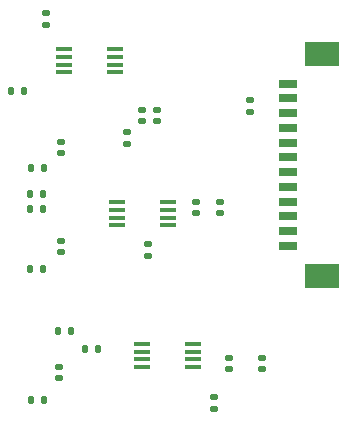
<source format=gtp>
G04 #@! TF.GenerationSoftware,KiCad,Pcbnew,7.0.10*
G04 #@! TF.CreationDate,2024-11-08T18:26:31-05:00*
G04 #@! TF.ProjectId,Novel Mechanism 1 Board,4e6f7665-6c20-44d6-9563-68616e69736d,rev?*
G04 #@! TF.SameCoordinates,Original*
G04 #@! TF.FileFunction,Paste,Top*
G04 #@! TF.FilePolarity,Positive*
%FSLAX46Y46*%
G04 Gerber Fmt 4.6, Leading zero omitted, Abs format (unit mm)*
G04 Created by KiCad (PCBNEW 7.0.10) date 2024-11-08 18:26:31*
%MOMM*%
%LPD*%
G01*
G04 APERTURE LIST*
G04 Aperture macros list*
%AMRoundRect*
0 Rectangle with rounded corners*
0 $1 Rounding radius*
0 $2 $3 $4 $5 $6 $7 $8 $9 X,Y pos of 4 corners*
0 Add a 4 corners polygon primitive as box body*
4,1,4,$2,$3,$4,$5,$6,$7,$8,$9,$2,$3,0*
0 Add four circle primitives for the rounded corners*
1,1,$1+$1,$2,$3*
1,1,$1+$1,$4,$5*
1,1,$1+$1,$6,$7*
1,1,$1+$1,$8,$9*
0 Add four rect primitives between the rounded corners*
20,1,$1+$1,$2,$3,$4,$5,0*
20,1,$1+$1,$4,$5,$6,$7,0*
20,1,$1+$1,$6,$7,$8,$9,0*
20,1,$1+$1,$8,$9,$2,$3,0*%
G04 Aperture macros list end*
%ADD10RoundRect,0.140000X0.170000X-0.140000X0.170000X0.140000X-0.170000X0.140000X-0.170000X-0.140000X0*%
%ADD11RoundRect,0.135000X-0.135000X-0.185000X0.135000X-0.185000X0.135000X0.185000X-0.135000X0.185000X0*%
%ADD12R,1.600000X0.800000*%
%ADD13R,3.000000X2.100000*%
%ADD14R,1.371600X0.457200*%
%ADD15RoundRect,0.135000X0.185000X-0.135000X0.185000X0.135000X-0.185000X0.135000X-0.185000X-0.135000X0*%
%ADD16RoundRect,0.140000X-0.170000X0.140000X-0.170000X-0.140000X0.170000X-0.140000X0.170000X0.140000X0*%
%ADD17RoundRect,0.135000X-0.185000X0.135000X-0.185000X-0.135000X0.185000X-0.135000X0.185000X0.135000X0*%
G04 APERTURE END LIST*
D10*
X46228000Y-61694000D03*
X46228000Y-60734000D03*
D11*
X26583100Y-46817399D03*
X27603100Y-46817399D03*
X26668000Y-44663598D03*
X27688000Y-44663598D03*
X26583100Y-48087399D03*
X27603100Y-48087399D03*
D12*
X48408000Y-51249399D03*
X48408000Y-49999399D03*
X48408000Y-48749399D03*
X48408000Y-47499399D03*
X48408000Y-46249399D03*
X48408000Y-44999399D03*
X48408000Y-43749399D03*
X48408000Y-42499399D03*
X48408000Y-41249399D03*
X48408000Y-39999399D03*
X48408000Y-38749399D03*
X48408000Y-37499399D03*
D13*
X51308000Y-53799399D03*
X51308000Y-34949399D03*
D11*
X31240000Y-59944000D03*
X32260000Y-59944000D03*
D10*
X42672000Y-48486000D03*
X42672000Y-47526000D03*
D14*
X29386221Y-34585001D03*
X29386221Y-35234999D03*
X29386221Y-35885001D03*
X29386221Y-36534999D03*
X33780421Y-36534999D03*
X33780421Y-35885001D03*
X33780421Y-35234999D03*
X33780421Y-34585001D03*
D10*
X37338000Y-40698598D03*
X37338000Y-39738598D03*
D11*
X24977321Y-38100000D03*
X25997321Y-38100000D03*
D10*
X36068000Y-40698598D03*
X36068000Y-39738598D03*
D15*
X45212000Y-39880000D03*
X45212000Y-38860000D03*
D16*
X29210000Y-42446000D03*
X29210000Y-43406000D03*
D17*
X42164000Y-64006000D03*
X42164000Y-65026000D03*
D11*
X26583100Y-53167399D03*
X27603100Y-53167399D03*
D17*
X34798000Y-41613598D03*
X34798000Y-42633598D03*
D16*
X29210000Y-50828000D03*
X29210000Y-51788000D03*
D10*
X40640000Y-48486000D03*
X40640000Y-47526000D03*
D14*
X33870900Y-47539001D03*
X33870900Y-48188999D03*
X33870900Y-48839001D03*
X33870900Y-49488999D03*
X38265100Y-49488999D03*
X38265100Y-48839001D03*
X38265100Y-48188999D03*
X38265100Y-47539001D03*
D10*
X43434000Y-61694000D03*
X43434000Y-60734000D03*
D17*
X27940000Y-31494000D03*
X27940000Y-32514000D03*
D14*
X35991800Y-59548002D03*
X35991800Y-60198000D03*
X35991800Y-60848002D03*
X35991800Y-61498000D03*
X40386000Y-61498000D03*
X40386000Y-60848002D03*
X40386000Y-60198000D03*
X40386000Y-59548002D03*
D16*
X29020100Y-61496000D03*
X29020100Y-62456000D03*
D11*
X26668000Y-64262000D03*
X27688000Y-64262000D03*
D17*
X36576000Y-51052000D03*
X36576000Y-52072000D03*
D11*
X28954000Y-58420000D03*
X29974000Y-58420000D03*
M02*

</source>
